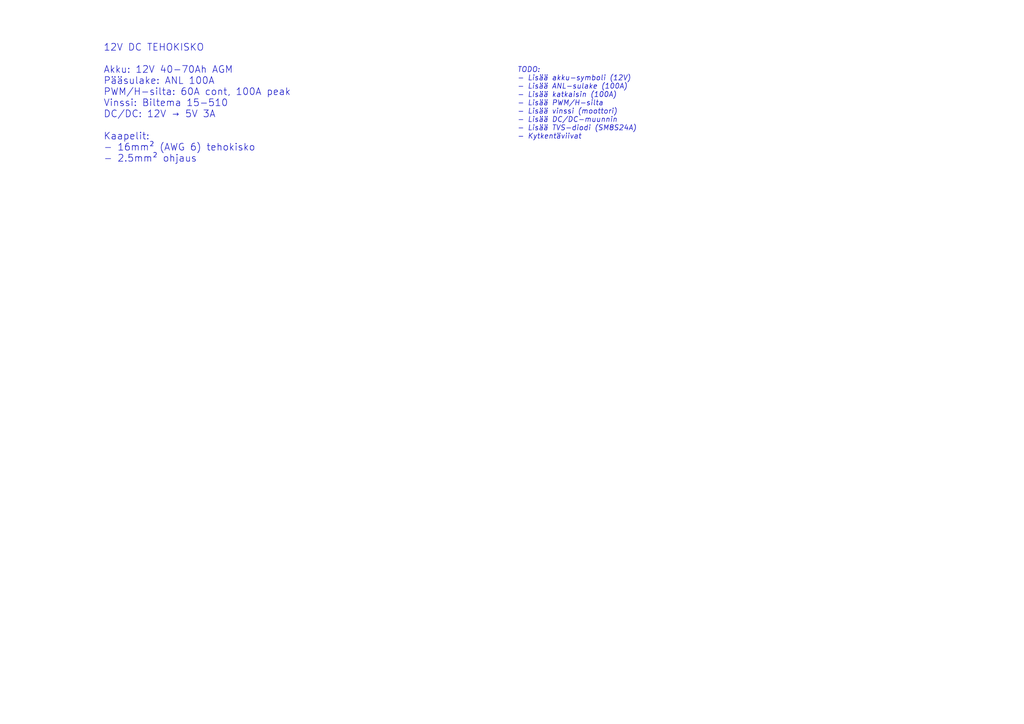
<source format=kicad_sch>
(kicad_sch
	(version 20250114)
	(generator "eeschema")
	(generator_version "9.0")
	(uuid "1a131b4a-aa55-462f-a7bd-ed330029989f")
	(paper "A4")
	(title_block
		(title "12V DC Tehokisko")
		(date "2025-12-19")
		(rev "1.0")
		(comment 1 "Akku, PWM/H-silta, Vinssi, DC/DC")
	)
	(lib_symbols)
	(text "TODO:\n- Lisää akku-symboli (12V)\n- Lisää ANL-sulake (100A)\n- Lisää katkaisin (100A)\n- Lisää PWM/H-silta\n- Lisää vinssi (moottori)\n- Lisää DC/DC-muunnin\n- Lisää TVS-diodi (SM8S24A)\n- Kytkentäviivat"
		(exclude_from_sim no)
		(at 150 30 0)
		(effects
			(font
				(size 1.5 1.5)
				(italic yes)
			)
			(justify left)
		)
		(uuid "0458b0fd-0a96-4887-8a69-5ca4cb747a1e")
	)
	(text "12V DC TEHOKISKO\n\nAkku: 12V 40-70Ah AGM\nPääsulake: ANL 100A\nPWM/H-silta: 60A cont, 100A peak\nVinssi: Biltema 15-510\nDC/DC: 12V → 5V 3A\n\nKaapelit:\n- 16mm² (AWG 6) tehokisko\n- 2.5mm² ohjaus"
		(exclude_from_sim no)
		(at 30 30 0)
		(effects
			(font
				(size 2 2)
			)
			(justify left)
		)
		(uuid "199a412d-c5dd-468d-8733-a6e320e2b3aa")
	)
)

</source>
